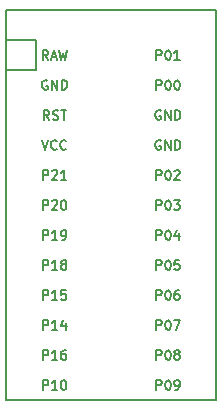
<source format=gbr>
%TF.GenerationSoftware,KiCad,Pcbnew,(5.1.9)-1*%
%TF.CreationDate,2021-06-26T19:40:30+02:00*%
%TF.ProjectId,idiosepius_thailandicus,6964696f-7365-4706-9975-735f74686169,VERSION_HERE*%
%TF.SameCoordinates,Original*%
%TF.FileFunction,Legend,Top*%
%TF.FilePolarity,Positive*%
%FSLAX46Y46*%
G04 Gerber Fmt 4.6, Leading zero omitted, Abs format (unit mm)*
G04 Created by KiCad (PCBNEW (5.1.9)-1) date 2021-06-26 19:40:30*
%MOMM*%
%LPD*%
G01*
G04 APERTURE LIST*
%ADD10C,0.150000*%
G04 APERTURE END LIST*
D10*
%TO.C,C1*%
X76633412Y52640581D02*
X76633412Y19620581D01*
X76633412Y19620581D02*
X94413412Y19620581D01*
X94413412Y19620581D02*
X94413412Y52640581D01*
X94413412Y52640581D02*
X76633412Y52640581D01*
X79173412Y50100581D02*
X79173412Y47560581D01*
X79173412Y50100581D02*
X76633412Y50100581D01*
X79173412Y47560581D02*
X76633412Y47560581D01*
X80171031Y48468676D02*
X79904364Y48849628D01*
X79713888Y48468676D02*
X79713888Y49268676D01*
X80018650Y49268676D01*
X80094840Y49230581D01*
X80132935Y49192485D01*
X80171031Y49116295D01*
X80171031Y49002009D01*
X80132935Y48925819D01*
X80094840Y48887723D01*
X80018650Y48849628D01*
X79713888Y48849628D01*
X80475792Y48697247D02*
X80856745Y48697247D01*
X80399602Y48468676D02*
X80666269Y49268676D01*
X80932935Y48468676D01*
X81123412Y49268676D02*
X81313888Y48468676D01*
X81466269Y49040104D01*
X81618650Y48468676D01*
X81809126Y49268676D01*
X80113888Y46690581D02*
X80037697Y46728676D01*
X79923412Y46728676D01*
X79809126Y46690581D01*
X79732935Y46614390D01*
X79694840Y46538200D01*
X79656745Y46385819D01*
X79656745Y46271533D01*
X79694840Y46119152D01*
X79732935Y46042961D01*
X79809126Y45966771D01*
X79923412Y45928676D01*
X79999602Y45928676D01*
X80113888Y45966771D01*
X80151983Y46004866D01*
X80151983Y46271533D01*
X79999602Y46271533D01*
X80494840Y45928676D02*
X80494840Y46728676D01*
X80951983Y45928676D01*
X80951983Y46728676D01*
X81332935Y45928676D02*
X81332935Y46728676D01*
X81523412Y46728676D01*
X81637697Y46690581D01*
X81713888Y46614390D01*
X81751983Y46538200D01*
X81790078Y46385819D01*
X81790078Y46271533D01*
X81751983Y46119152D01*
X81713888Y46042961D01*
X81637697Y45966771D01*
X81523412Y45928676D01*
X81332935Y45928676D01*
X80285316Y43388676D02*
X80018650Y43769628D01*
X79828173Y43388676D02*
X79828173Y44188676D01*
X80132935Y44188676D01*
X80209126Y44150581D01*
X80247221Y44112485D01*
X80285316Y44036295D01*
X80285316Y43922009D01*
X80247221Y43845819D01*
X80209126Y43807723D01*
X80132935Y43769628D01*
X79828173Y43769628D01*
X80590078Y43426771D02*
X80704364Y43388676D01*
X80894840Y43388676D01*
X80971031Y43426771D01*
X81009126Y43464866D01*
X81047221Y43541057D01*
X81047221Y43617247D01*
X81009126Y43693438D01*
X80971031Y43731533D01*
X80894840Y43769628D01*
X80742459Y43807723D01*
X80666269Y43845819D01*
X80628173Y43883914D01*
X80590078Y43960104D01*
X80590078Y44036295D01*
X80628173Y44112485D01*
X80666269Y44150581D01*
X80742459Y44188676D01*
X80932935Y44188676D01*
X81047221Y44150581D01*
X81275792Y44188676D02*
X81732935Y44188676D01*
X81504364Y43388676D02*
X81504364Y44188676D01*
X79656745Y41648676D02*
X79923412Y40848676D01*
X80190078Y41648676D01*
X80913888Y40924866D02*
X80875792Y40886771D01*
X80761507Y40848676D01*
X80685316Y40848676D01*
X80571031Y40886771D01*
X80494840Y40962961D01*
X80456745Y41039152D01*
X80418650Y41191533D01*
X80418650Y41305819D01*
X80456745Y41458200D01*
X80494840Y41534390D01*
X80571031Y41610581D01*
X80685316Y41648676D01*
X80761507Y41648676D01*
X80875792Y41610581D01*
X80913888Y41572485D01*
X81713888Y40924866D02*
X81675792Y40886771D01*
X81561507Y40848676D01*
X81485316Y40848676D01*
X81371031Y40886771D01*
X81294840Y40962961D01*
X81256745Y41039152D01*
X81218650Y41191533D01*
X81218650Y41305819D01*
X81256745Y41458200D01*
X81294840Y41534390D01*
X81371031Y41610581D01*
X81485316Y41648676D01*
X81561507Y41648676D01*
X81675792Y41610581D01*
X81713888Y41572485D01*
X79751983Y38308676D02*
X79751983Y39108676D01*
X80056745Y39108676D01*
X80132935Y39070581D01*
X80171031Y39032485D01*
X80209126Y38956295D01*
X80209126Y38842009D01*
X80171031Y38765819D01*
X80132935Y38727723D01*
X80056745Y38689628D01*
X79751983Y38689628D01*
X80513888Y39032485D02*
X80551983Y39070581D01*
X80628173Y39108676D01*
X80818650Y39108676D01*
X80894840Y39070581D01*
X80932935Y39032485D01*
X80971031Y38956295D01*
X80971031Y38880104D01*
X80932935Y38765819D01*
X80475792Y38308676D01*
X80971031Y38308676D01*
X81732935Y38308676D02*
X81275792Y38308676D01*
X81504364Y38308676D02*
X81504364Y39108676D01*
X81428173Y38994390D01*
X81351983Y38918200D01*
X81275792Y38880104D01*
X79751983Y35768676D02*
X79751983Y36568676D01*
X80056745Y36568676D01*
X80132935Y36530581D01*
X80171031Y36492485D01*
X80209126Y36416295D01*
X80209126Y36302009D01*
X80171031Y36225819D01*
X80132935Y36187723D01*
X80056745Y36149628D01*
X79751983Y36149628D01*
X80513888Y36492485D02*
X80551983Y36530581D01*
X80628173Y36568676D01*
X80818650Y36568676D01*
X80894840Y36530581D01*
X80932935Y36492485D01*
X80971031Y36416295D01*
X80971031Y36340104D01*
X80932935Y36225819D01*
X80475792Y35768676D01*
X80971031Y35768676D01*
X81466269Y36568676D02*
X81542459Y36568676D01*
X81618650Y36530581D01*
X81656745Y36492485D01*
X81694840Y36416295D01*
X81732935Y36263914D01*
X81732935Y36073438D01*
X81694840Y35921057D01*
X81656745Y35844866D01*
X81618650Y35806771D01*
X81542459Y35768676D01*
X81466269Y35768676D01*
X81390078Y35806771D01*
X81351983Y35844866D01*
X81313888Y35921057D01*
X81275792Y36073438D01*
X81275792Y36263914D01*
X81313888Y36416295D01*
X81351983Y36492485D01*
X81390078Y36530581D01*
X81466269Y36568676D01*
X79751983Y33228676D02*
X79751983Y34028676D01*
X80056745Y34028676D01*
X80132935Y33990581D01*
X80171031Y33952485D01*
X80209126Y33876295D01*
X80209126Y33762009D01*
X80171031Y33685819D01*
X80132935Y33647723D01*
X80056745Y33609628D01*
X79751983Y33609628D01*
X80971031Y33228676D02*
X80513888Y33228676D01*
X80742459Y33228676D02*
X80742459Y34028676D01*
X80666269Y33914390D01*
X80590078Y33838200D01*
X80513888Y33800104D01*
X81351983Y33228676D02*
X81504364Y33228676D01*
X81580554Y33266771D01*
X81618650Y33304866D01*
X81694840Y33419152D01*
X81732935Y33571533D01*
X81732935Y33876295D01*
X81694840Y33952485D01*
X81656745Y33990581D01*
X81580554Y34028676D01*
X81428173Y34028676D01*
X81351983Y33990581D01*
X81313888Y33952485D01*
X81275792Y33876295D01*
X81275792Y33685819D01*
X81313888Y33609628D01*
X81351983Y33571533D01*
X81428173Y33533438D01*
X81580554Y33533438D01*
X81656745Y33571533D01*
X81694840Y33609628D01*
X81732935Y33685819D01*
X79751983Y30688676D02*
X79751983Y31488676D01*
X80056745Y31488676D01*
X80132935Y31450581D01*
X80171031Y31412485D01*
X80209126Y31336295D01*
X80209126Y31222009D01*
X80171031Y31145819D01*
X80132935Y31107723D01*
X80056745Y31069628D01*
X79751983Y31069628D01*
X80971031Y30688676D02*
X80513888Y30688676D01*
X80742459Y30688676D02*
X80742459Y31488676D01*
X80666269Y31374390D01*
X80590078Y31298200D01*
X80513888Y31260104D01*
X81428173Y31145819D02*
X81351983Y31183914D01*
X81313888Y31222009D01*
X81275792Y31298200D01*
X81275792Y31336295D01*
X81313888Y31412485D01*
X81351983Y31450581D01*
X81428173Y31488676D01*
X81580554Y31488676D01*
X81656745Y31450581D01*
X81694840Y31412485D01*
X81732935Y31336295D01*
X81732935Y31298200D01*
X81694840Y31222009D01*
X81656745Y31183914D01*
X81580554Y31145819D01*
X81428173Y31145819D01*
X81351983Y31107723D01*
X81313888Y31069628D01*
X81275792Y30993438D01*
X81275792Y30841057D01*
X81313888Y30764866D01*
X81351983Y30726771D01*
X81428173Y30688676D01*
X81580554Y30688676D01*
X81656745Y30726771D01*
X81694840Y30764866D01*
X81732935Y30841057D01*
X81732935Y30993438D01*
X81694840Y31069628D01*
X81656745Y31107723D01*
X81580554Y31145819D01*
X79751983Y28148676D02*
X79751983Y28948676D01*
X80056745Y28948676D01*
X80132935Y28910581D01*
X80171031Y28872485D01*
X80209126Y28796295D01*
X80209126Y28682009D01*
X80171031Y28605819D01*
X80132935Y28567723D01*
X80056745Y28529628D01*
X79751983Y28529628D01*
X80971031Y28148676D02*
X80513888Y28148676D01*
X80742459Y28148676D02*
X80742459Y28948676D01*
X80666269Y28834390D01*
X80590078Y28758200D01*
X80513888Y28720104D01*
X81694840Y28948676D02*
X81313888Y28948676D01*
X81275792Y28567723D01*
X81313888Y28605819D01*
X81390078Y28643914D01*
X81580554Y28643914D01*
X81656745Y28605819D01*
X81694840Y28567723D01*
X81732935Y28491533D01*
X81732935Y28301057D01*
X81694840Y28224866D01*
X81656745Y28186771D01*
X81580554Y28148676D01*
X81390078Y28148676D01*
X81313888Y28186771D01*
X81275792Y28224866D01*
X79751983Y25608676D02*
X79751983Y26408676D01*
X80056745Y26408676D01*
X80132935Y26370581D01*
X80171031Y26332485D01*
X80209126Y26256295D01*
X80209126Y26142009D01*
X80171031Y26065819D01*
X80132935Y26027723D01*
X80056745Y25989628D01*
X79751983Y25989628D01*
X80971031Y25608676D02*
X80513888Y25608676D01*
X80742459Y25608676D02*
X80742459Y26408676D01*
X80666269Y26294390D01*
X80590078Y26218200D01*
X80513888Y26180104D01*
X81656745Y26142009D02*
X81656745Y25608676D01*
X81466269Y26446771D02*
X81275792Y25875342D01*
X81771031Y25875342D01*
X79751983Y23068676D02*
X79751983Y23868676D01*
X80056745Y23868676D01*
X80132935Y23830581D01*
X80171031Y23792485D01*
X80209126Y23716295D01*
X80209126Y23602009D01*
X80171031Y23525819D01*
X80132935Y23487723D01*
X80056745Y23449628D01*
X79751983Y23449628D01*
X80971031Y23068676D02*
X80513888Y23068676D01*
X80742459Y23068676D02*
X80742459Y23868676D01*
X80666269Y23754390D01*
X80590078Y23678200D01*
X80513888Y23640104D01*
X81656745Y23868676D02*
X81504364Y23868676D01*
X81428173Y23830581D01*
X81390078Y23792485D01*
X81313888Y23678200D01*
X81275792Y23525819D01*
X81275792Y23221057D01*
X81313888Y23144866D01*
X81351983Y23106771D01*
X81428173Y23068676D01*
X81580554Y23068676D01*
X81656745Y23106771D01*
X81694840Y23144866D01*
X81732935Y23221057D01*
X81732935Y23411533D01*
X81694840Y23487723D01*
X81656745Y23525819D01*
X81580554Y23563914D01*
X81428173Y23563914D01*
X81351983Y23525819D01*
X81313888Y23487723D01*
X81275792Y23411533D01*
X79751983Y20528676D02*
X79751983Y21328676D01*
X80056745Y21328676D01*
X80132935Y21290581D01*
X80171031Y21252485D01*
X80209126Y21176295D01*
X80209126Y21062009D01*
X80171031Y20985819D01*
X80132935Y20947723D01*
X80056745Y20909628D01*
X79751983Y20909628D01*
X80971031Y20528676D02*
X80513888Y20528676D01*
X80742459Y20528676D02*
X80742459Y21328676D01*
X80666269Y21214390D01*
X80590078Y21138200D01*
X80513888Y21100104D01*
X81466269Y21328676D02*
X81542459Y21328676D01*
X81618650Y21290581D01*
X81656745Y21252485D01*
X81694840Y21176295D01*
X81732935Y21023914D01*
X81732935Y20833438D01*
X81694840Y20681057D01*
X81656745Y20604866D01*
X81618650Y20566771D01*
X81542459Y20528676D01*
X81466269Y20528676D01*
X81390078Y20566771D01*
X81351983Y20604866D01*
X81313888Y20681057D01*
X81275792Y20833438D01*
X81275792Y21023914D01*
X81313888Y21176295D01*
X81351983Y21252485D01*
X81390078Y21290581D01*
X81466269Y21328676D01*
X89351983Y48468676D02*
X89351983Y49268676D01*
X89656745Y49268676D01*
X89732935Y49230581D01*
X89771031Y49192485D01*
X89809126Y49116295D01*
X89809126Y49002009D01*
X89771031Y48925819D01*
X89732935Y48887723D01*
X89656745Y48849628D01*
X89351983Y48849628D01*
X90304364Y49268676D02*
X90380554Y49268676D01*
X90456745Y49230581D01*
X90494840Y49192485D01*
X90532935Y49116295D01*
X90571031Y48963914D01*
X90571031Y48773438D01*
X90532935Y48621057D01*
X90494840Y48544866D01*
X90456745Y48506771D01*
X90380554Y48468676D01*
X90304364Y48468676D01*
X90228173Y48506771D01*
X90190078Y48544866D01*
X90151983Y48621057D01*
X90113888Y48773438D01*
X90113888Y48963914D01*
X90151983Y49116295D01*
X90190078Y49192485D01*
X90228173Y49230581D01*
X90304364Y49268676D01*
X91332935Y48468676D02*
X90875792Y48468676D01*
X91104364Y48468676D02*
X91104364Y49268676D01*
X91028173Y49154390D01*
X90951983Y49078200D01*
X90875792Y49040104D01*
X89351983Y45928676D02*
X89351983Y46728676D01*
X89656745Y46728676D01*
X89732935Y46690581D01*
X89771031Y46652485D01*
X89809126Y46576295D01*
X89809126Y46462009D01*
X89771031Y46385819D01*
X89732935Y46347723D01*
X89656745Y46309628D01*
X89351983Y46309628D01*
X90304364Y46728676D02*
X90380554Y46728676D01*
X90456745Y46690581D01*
X90494840Y46652485D01*
X90532935Y46576295D01*
X90571031Y46423914D01*
X90571031Y46233438D01*
X90532935Y46081057D01*
X90494840Y46004866D01*
X90456745Y45966771D01*
X90380554Y45928676D01*
X90304364Y45928676D01*
X90228173Y45966771D01*
X90190078Y46004866D01*
X90151983Y46081057D01*
X90113888Y46233438D01*
X90113888Y46423914D01*
X90151983Y46576295D01*
X90190078Y46652485D01*
X90228173Y46690581D01*
X90304364Y46728676D01*
X91066269Y46728676D02*
X91142459Y46728676D01*
X91218650Y46690581D01*
X91256745Y46652485D01*
X91294840Y46576295D01*
X91332935Y46423914D01*
X91332935Y46233438D01*
X91294840Y46081057D01*
X91256745Y46004866D01*
X91218650Y45966771D01*
X91142459Y45928676D01*
X91066269Y45928676D01*
X90990078Y45966771D01*
X90951983Y46004866D01*
X90913888Y46081057D01*
X90875792Y46233438D01*
X90875792Y46423914D01*
X90913888Y46576295D01*
X90951983Y46652485D01*
X90990078Y46690581D01*
X91066269Y46728676D01*
X89713888Y44150581D02*
X89637697Y44188676D01*
X89523412Y44188676D01*
X89409126Y44150581D01*
X89332935Y44074390D01*
X89294840Y43998200D01*
X89256745Y43845819D01*
X89256745Y43731533D01*
X89294840Y43579152D01*
X89332935Y43502961D01*
X89409126Y43426771D01*
X89523412Y43388676D01*
X89599602Y43388676D01*
X89713888Y43426771D01*
X89751983Y43464866D01*
X89751983Y43731533D01*
X89599602Y43731533D01*
X90094840Y43388676D02*
X90094840Y44188676D01*
X90551983Y43388676D01*
X90551983Y44188676D01*
X90932935Y43388676D02*
X90932935Y44188676D01*
X91123412Y44188676D01*
X91237697Y44150581D01*
X91313888Y44074390D01*
X91351983Y43998200D01*
X91390078Y43845819D01*
X91390078Y43731533D01*
X91351983Y43579152D01*
X91313888Y43502961D01*
X91237697Y43426771D01*
X91123412Y43388676D01*
X90932935Y43388676D01*
X89713888Y41610581D02*
X89637697Y41648676D01*
X89523412Y41648676D01*
X89409126Y41610581D01*
X89332935Y41534390D01*
X89294840Y41458200D01*
X89256745Y41305819D01*
X89256745Y41191533D01*
X89294840Y41039152D01*
X89332935Y40962961D01*
X89409126Y40886771D01*
X89523412Y40848676D01*
X89599602Y40848676D01*
X89713888Y40886771D01*
X89751983Y40924866D01*
X89751983Y41191533D01*
X89599602Y41191533D01*
X90094840Y40848676D02*
X90094840Y41648676D01*
X90551983Y40848676D01*
X90551983Y41648676D01*
X90932935Y40848676D02*
X90932935Y41648676D01*
X91123412Y41648676D01*
X91237697Y41610581D01*
X91313888Y41534390D01*
X91351983Y41458200D01*
X91390078Y41305819D01*
X91390078Y41191533D01*
X91351983Y41039152D01*
X91313888Y40962961D01*
X91237697Y40886771D01*
X91123412Y40848676D01*
X90932935Y40848676D01*
X89351983Y38308676D02*
X89351983Y39108676D01*
X89656745Y39108676D01*
X89732935Y39070581D01*
X89771031Y39032485D01*
X89809126Y38956295D01*
X89809126Y38842009D01*
X89771031Y38765819D01*
X89732935Y38727723D01*
X89656745Y38689628D01*
X89351983Y38689628D01*
X90304364Y39108676D02*
X90380554Y39108676D01*
X90456745Y39070581D01*
X90494840Y39032485D01*
X90532935Y38956295D01*
X90571031Y38803914D01*
X90571031Y38613438D01*
X90532935Y38461057D01*
X90494840Y38384866D01*
X90456745Y38346771D01*
X90380554Y38308676D01*
X90304364Y38308676D01*
X90228173Y38346771D01*
X90190078Y38384866D01*
X90151983Y38461057D01*
X90113888Y38613438D01*
X90113888Y38803914D01*
X90151983Y38956295D01*
X90190078Y39032485D01*
X90228173Y39070581D01*
X90304364Y39108676D01*
X90875792Y39032485D02*
X90913888Y39070581D01*
X90990078Y39108676D01*
X91180554Y39108676D01*
X91256745Y39070581D01*
X91294840Y39032485D01*
X91332935Y38956295D01*
X91332935Y38880104D01*
X91294840Y38765819D01*
X90837697Y38308676D01*
X91332935Y38308676D01*
X89351983Y35768676D02*
X89351983Y36568676D01*
X89656745Y36568676D01*
X89732935Y36530581D01*
X89771031Y36492485D01*
X89809126Y36416295D01*
X89809126Y36302009D01*
X89771031Y36225819D01*
X89732935Y36187723D01*
X89656745Y36149628D01*
X89351983Y36149628D01*
X90304364Y36568676D02*
X90380554Y36568676D01*
X90456745Y36530581D01*
X90494840Y36492485D01*
X90532935Y36416295D01*
X90571031Y36263914D01*
X90571031Y36073438D01*
X90532935Y35921057D01*
X90494840Y35844866D01*
X90456745Y35806771D01*
X90380554Y35768676D01*
X90304364Y35768676D01*
X90228173Y35806771D01*
X90190078Y35844866D01*
X90151983Y35921057D01*
X90113888Y36073438D01*
X90113888Y36263914D01*
X90151983Y36416295D01*
X90190078Y36492485D01*
X90228173Y36530581D01*
X90304364Y36568676D01*
X90837697Y36568676D02*
X91332935Y36568676D01*
X91066269Y36263914D01*
X91180554Y36263914D01*
X91256745Y36225819D01*
X91294840Y36187723D01*
X91332935Y36111533D01*
X91332935Y35921057D01*
X91294840Y35844866D01*
X91256745Y35806771D01*
X91180554Y35768676D01*
X90951983Y35768676D01*
X90875792Y35806771D01*
X90837697Y35844866D01*
X89351983Y33228676D02*
X89351983Y34028676D01*
X89656745Y34028676D01*
X89732935Y33990581D01*
X89771031Y33952485D01*
X89809126Y33876295D01*
X89809126Y33762009D01*
X89771031Y33685819D01*
X89732935Y33647723D01*
X89656745Y33609628D01*
X89351983Y33609628D01*
X90304364Y34028676D02*
X90380554Y34028676D01*
X90456745Y33990581D01*
X90494840Y33952485D01*
X90532935Y33876295D01*
X90571031Y33723914D01*
X90571031Y33533438D01*
X90532935Y33381057D01*
X90494840Y33304866D01*
X90456745Y33266771D01*
X90380554Y33228676D01*
X90304364Y33228676D01*
X90228173Y33266771D01*
X90190078Y33304866D01*
X90151983Y33381057D01*
X90113888Y33533438D01*
X90113888Y33723914D01*
X90151983Y33876295D01*
X90190078Y33952485D01*
X90228173Y33990581D01*
X90304364Y34028676D01*
X91256745Y33762009D02*
X91256745Y33228676D01*
X91066269Y34066771D02*
X90875792Y33495342D01*
X91371031Y33495342D01*
X89351983Y30688676D02*
X89351983Y31488676D01*
X89656745Y31488676D01*
X89732935Y31450581D01*
X89771031Y31412485D01*
X89809126Y31336295D01*
X89809126Y31222009D01*
X89771031Y31145819D01*
X89732935Y31107723D01*
X89656745Y31069628D01*
X89351983Y31069628D01*
X90304364Y31488676D02*
X90380554Y31488676D01*
X90456745Y31450581D01*
X90494840Y31412485D01*
X90532935Y31336295D01*
X90571031Y31183914D01*
X90571031Y30993438D01*
X90532935Y30841057D01*
X90494840Y30764866D01*
X90456745Y30726771D01*
X90380554Y30688676D01*
X90304364Y30688676D01*
X90228173Y30726771D01*
X90190078Y30764866D01*
X90151983Y30841057D01*
X90113888Y30993438D01*
X90113888Y31183914D01*
X90151983Y31336295D01*
X90190078Y31412485D01*
X90228173Y31450581D01*
X90304364Y31488676D01*
X91294840Y31488676D02*
X90913888Y31488676D01*
X90875792Y31107723D01*
X90913888Y31145819D01*
X90990078Y31183914D01*
X91180554Y31183914D01*
X91256745Y31145819D01*
X91294840Y31107723D01*
X91332935Y31031533D01*
X91332935Y30841057D01*
X91294840Y30764866D01*
X91256745Y30726771D01*
X91180554Y30688676D01*
X90990078Y30688676D01*
X90913888Y30726771D01*
X90875792Y30764866D01*
X89351983Y28148676D02*
X89351983Y28948676D01*
X89656745Y28948676D01*
X89732935Y28910581D01*
X89771031Y28872485D01*
X89809126Y28796295D01*
X89809126Y28682009D01*
X89771031Y28605819D01*
X89732935Y28567723D01*
X89656745Y28529628D01*
X89351983Y28529628D01*
X90304364Y28948676D02*
X90380554Y28948676D01*
X90456745Y28910581D01*
X90494840Y28872485D01*
X90532935Y28796295D01*
X90571031Y28643914D01*
X90571031Y28453438D01*
X90532935Y28301057D01*
X90494840Y28224866D01*
X90456745Y28186771D01*
X90380554Y28148676D01*
X90304364Y28148676D01*
X90228173Y28186771D01*
X90190078Y28224866D01*
X90151983Y28301057D01*
X90113888Y28453438D01*
X90113888Y28643914D01*
X90151983Y28796295D01*
X90190078Y28872485D01*
X90228173Y28910581D01*
X90304364Y28948676D01*
X91256745Y28948676D02*
X91104364Y28948676D01*
X91028173Y28910581D01*
X90990078Y28872485D01*
X90913888Y28758200D01*
X90875792Y28605819D01*
X90875792Y28301057D01*
X90913888Y28224866D01*
X90951983Y28186771D01*
X91028173Y28148676D01*
X91180554Y28148676D01*
X91256745Y28186771D01*
X91294840Y28224866D01*
X91332935Y28301057D01*
X91332935Y28491533D01*
X91294840Y28567723D01*
X91256745Y28605819D01*
X91180554Y28643914D01*
X91028173Y28643914D01*
X90951983Y28605819D01*
X90913888Y28567723D01*
X90875792Y28491533D01*
X89351983Y25608676D02*
X89351983Y26408676D01*
X89656745Y26408676D01*
X89732935Y26370581D01*
X89771031Y26332485D01*
X89809126Y26256295D01*
X89809126Y26142009D01*
X89771031Y26065819D01*
X89732935Y26027723D01*
X89656745Y25989628D01*
X89351983Y25989628D01*
X90304364Y26408676D02*
X90380554Y26408676D01*
X90456745Y26370581D01*
X90494840Y26332485D01*
X90532935Y26256295D01*
X90571031Y26103914D01*
X90571031Y25913438D01*
X90532935Y25761057D01*
X90494840Y25684866D01*
X90456745Y25646771D01*
X90380554Y25608676D01*
X90304364Y25608676D01*
X90228173Y25646771D01*
X90190078Y25684866D01*
X90151983Y25761057D01*
X90113888Y25913438D01*
X90113888Y26103914D01*
X90151983Y26256295D01*
X90190078Y26332485D01*
X90228173Y26370581D01*
X90304364Y26408676D01*
X90837697Y26408676D02*
X91371031Y26408676D01*
X91028173Y25608676D01*
X89351983Y23068676D02*
X89351983Y23868676D01*
X89656745Y23868676D01*
X89732935Y23830581D01*
X89771031Y23792485D01*
X89809126Y23716295D01*
X89809126Y23602009D01*
X89771031Y23525819D01*
X89732935Y23487723D01*
X89656745Y23449628D01*
X89351983Y23449628D01*
X90304364Y23868676D02*
X90380554Y23868676D01*
X90456745Y23830581D01*
X90494840Y23792485D01*
X90532935Y23716295D01*
X90571031Y23563914D01*
X90571031Y23373438D01*
X90532935Y23221057D01*
X90494840Y23144866D01*
X90456745Y23106771D01*
X90380554Y23068676D01*
X90304364Y23068676D01*
X90228173Y23106771D01*
X90190078Y23144866D01*
X90151983Y23221057D01*
X90113888Y23373438D01*
X90113888Y23563914D01*
X90151983Y23716295D01*
X90190078Y23792485D01*
X90228173Y23830581D01*
X90304364Y23868676D01*
X91028173Y23525819D02*
X90951983Y23563914D01*
X90913888Y23602009D01*
X90875792Y23678200D01*
X90875792Y23716295D01*
X90913888Y23792485D01*
X90951983Y23830581D01*
X91028173Y23868676D01*
X91180554Y23868676D01*
X91256745Y23830581D01*
X91294840Y23792485D01*
X91332935Y23716295D01*
X91332935Y23678200D01*
X91294840Y23602009D01*
X91256745Y23563914D01*
X91180554Y23525819D01*
X91028173Y23525819D01*
X90951983Y23487723D01*
X90913888Y23449628D01*
X90875792Y23373438D01*
X90875792Y23221057D01*
X90913888Y23144866D01*
X90951983Y23106771D01*
X91028173Y23068676D01*
X91180554Y23068676D01*
X91256745Y23106771D01*
X91294840Y23144866D01*
X91332935Y23221057D01*
X91332935Y23373438D01*
X91294840Y23449628D01*
X91256745Y23487723D01*
X91180554Y23525819D01*
X89351983Y20528676D02*
X89351983Y21328676D01*
X89656745Y21328676D01*
X89732935Y21290581D01*
X89771031Y21252485D01*
X89809126Y21176295D01*
X89809126Y21062009D01*
X89771031Y20985819D01*
X89732935Y20947723D01*
X89656745Y20909628D01*
X89351983Y20909628D01*
X90304364Y21328676D02*
X90380554Y21328676D01*
X90456745Y21290581D01*
X90494840Y21252485D01*
X90532935Y21176295D01*
X90571031Y21023914D01*
X90571031Y20833438D01*
X90532935Y20681057D01*
X90494840Y20604866D01*
X90456745Y20566771D01*
X90380554Y20528676D01*
X90304364Y20528676D01*
X90228173Y20566771D01*
X90190078Y20604866D01*
X90151983Y20681057D01*
X90113888Y20833438D01*
X90113888Y21023914D01*
X90151983Y21176295D01*
X90190078Y21252485D01*
X90228173Y21290581D01*
X90304364Y21328676D01*
X90951983Y20528676D02*
X91104364Y20528676D01*
X91180554Y20566771D01*
X91218650Y20604866D01*
X91294840Y20719152D01*
X91332935Y20871533D01*
X91332935Y21176295D01*
X91294840Y21252485D01*
X91256745Y21290581D01*
X91180554Y21328676D01*
X91028173Y21328676D01*
X90951983Y21290581D01*
X90913888Y21252485D01*
X90875792Y21176295D01*
X90875792Y20985819D01*
X90913888Y20909628D01*
X90951983Y20871533D01*
X91028173Y20833438D01*
X91180554Y20833438D01*
X91256745Y20871533D01*
X91294840Y20909628D01*
X91332935Y20985819D01*
%TD*%
M02*

</source>
